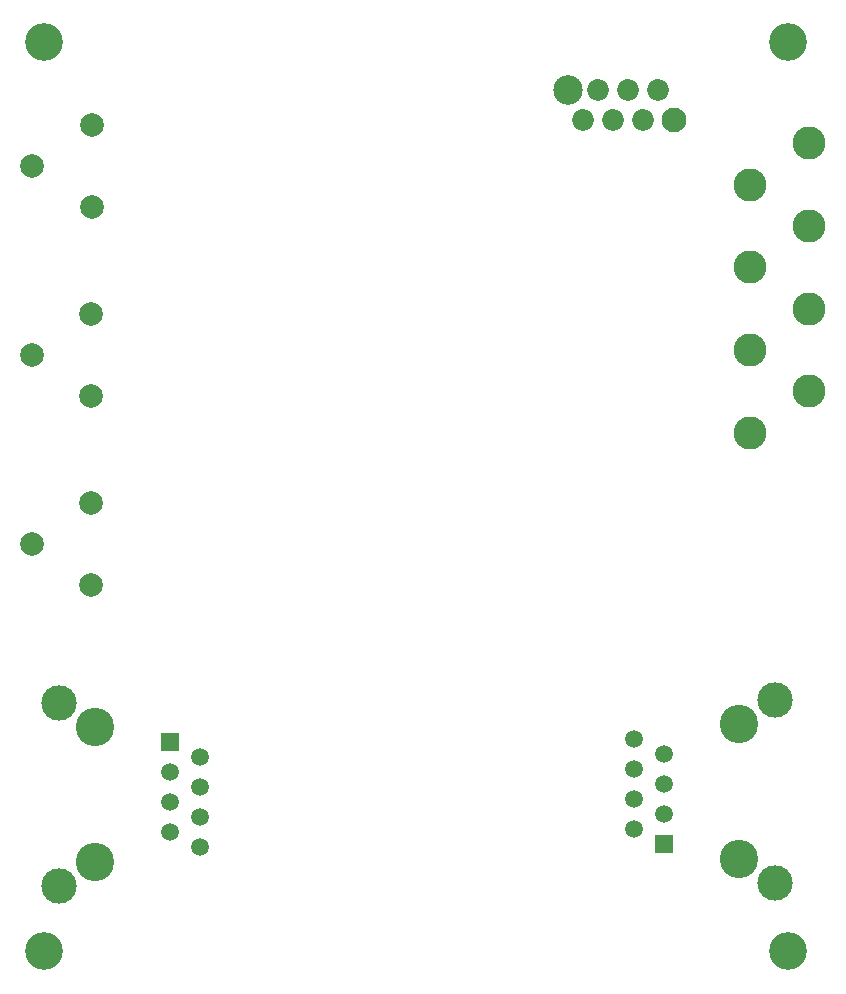
<source format=gbr>
%TF.GenerationSoftware,KiCad,Pcbnew,8.0.8*%
%TF.CreationDate,2025-02-09T20:42:27+01:00*%
%TF.ProjectId,railblock,7261696c-626c-46f6-936b-2e6b69636164,rev?*%
%TF.SameCoordinates,Original*%
%TF.FileFunction,Soldermask,Bot*%
%TF.FilePolarity,Negative*%
%FSLAX46Y46*%
G04 Gerber Fmt 4.6, Leading zero omitted, Abs format (unit mm)*
G04 Created by KiCad (PCBNEW 8.0.8) date 2025-02-09 20:42:27*
%MOMM*%
%LPD*%
G01*
G04 APERTURE LIST*
%ADD10C,3.250000*%
%ADD11R,1.500000X1.500000*%
%ADD12C,1.500000*%
%ADD13C,3.000000*%
%ADD14C,2.500000*%
%ADD15C,2.100000*%
%ADD16C,1.850000*%
%ADD17C,2.000000*%
%ADD18C,2.800000*%
%ADD19C,3.200000*%
G04 APERTURE END LIST*
D10*
%TO.C,J2*%
X171890000Y-115160000D03*
X171890000Y-103730000D03*
D11*
X165540000Y-113890000D03*
D12*
X163000000Y-112620000D03*
X165540000Y-111350000D03*
X163000000Y-110080000D03*
X165540000Y-108810000D03*
X163000000Y-107540000D03*
X165540000Y-106270000D03*
X163000000Y-105000000D03*
D13*
X174940000Y-117215000D03*
X174940000Y-101675000D03*
%TD*%
D10*
%TO.C,J1*%
X117350000Y-104000000D03*
X117350000Y-115430000D03*
D11*
X123700000Y-105270000D03*
D12*
X126240000Y-106540000D03*
X123700000Y-107810000D03*
X126240000Y-109080000D03*
X123700000Y-110350000D03*
X126240000Y-111620000D03*
X123700000Y-112890000D03*
X126240000Y-114160000D03*
D13*
X114300000Y-101945000D03*
X114300000Y-117485000D03*
%TD*%
D14*
%TO.C,U9*%
X157360000Y-50038000D03*
D15*
X166370000Y-52578000D03*
D16*
X158690000Y-52578000D03*
X159960000Y-50038000D03*
X161230000Y-52578000D03*
X162500000Y-50038000D03*
X163770000Y-52578000D03*
X165040000Y-50038000D03*
%TD*%
D17*
%TO.C,J6*%
X117000000Y-85000000D03*
X112000000Y-88500000D03*
X117000000Y-92000000D03*
%TD*%
%TO.C,J5*%
X117000000Y-69000000D03*
X112000000Y-72500000D03*
X117000000Y-76000000D03*
%TD*%
%TO.C,J4*%
X117045750Y-53000000D03*
X112045750Y-56500000D03*
X117045750Y-60000000D03*
%TD*%
D18*
%TO.C,J3*%
X177800000Y-54580000D03*
X172800000Y-58080000D03*
X177800000Y-61580000D03*
X172800000Y-65080000D03*
X177800000Y-68580000D03*
X172800000Y-72080000D03*
X177800000Y-75580000D03*
X172800000Y-79080000D03*
%TD*%
D19*
%TO.C,H5*%
X113000000Y-123000000D03*
%TD*%
%TO.C,H3*%
X176000000Y-123000000D03*
%TD*%
%TO.C,H2*%
X176000000Y-46000000D03*
%TD*%
%TO.C,H1*%
X113000000Y-46000000D03*
%TD*%
M02*

</source>
